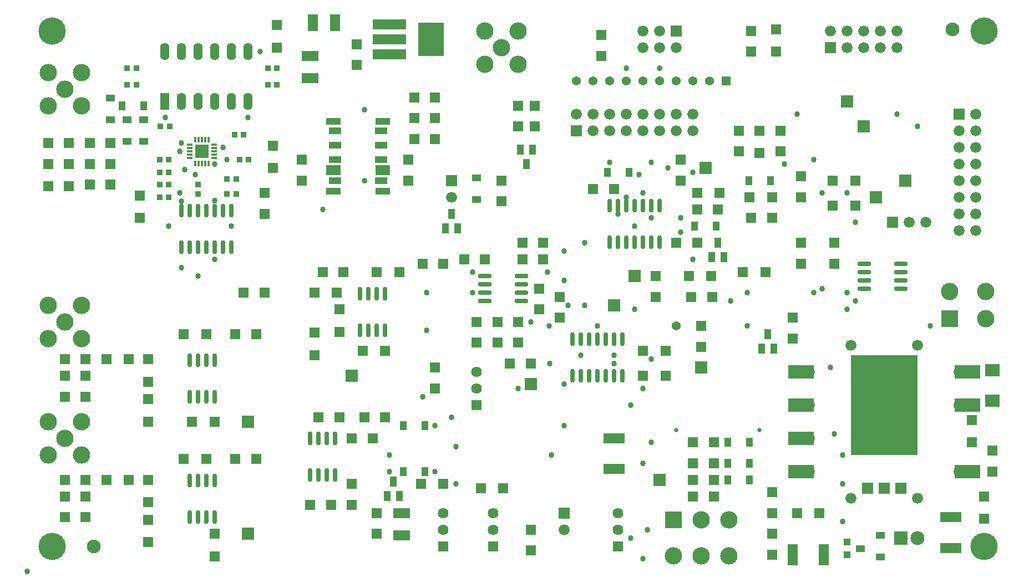
<source format=gts>
*%FSLAX24Y24*%
*%MOIN*%
G01*
%ADD11C,0.0000*%
%ADD12C,0.0050*%
%ADD13C,0.0060*%
%ADD14C,0.0070*%
%ADD15C,0.0073*%
%ADD16C,0.0079*%
%ADD17C,0.0080*%
%ADD18C,0.0098*%
%ADD19C,0.0100*%
%ADD20C,0.0120*%
%ADD21C,0.0160*%
%ADD22C,0.0160*%
%ADD23C,0.0197*%
%ADD24C,0.0200*%
%ADD25C,0.0200*%
%ADD26C,0.0240*%
%ADD27O,0.0240X0.0800*%
%ADD28C,0.0250*%
%ADD29C,0.0260*%
%ADD30O,0.0280X0.0840*%
%ADD31C,0.0300*%
%ADD32C,0.0300*%
%ADD33C,0.0320*%
%ADD34C,0.0320*%
%ADD35C,0.0340*%
%ADD36C,0.0360*%
%ADD37C,0.0380*%
%ADD38C,0.0394*%
%ADD39C,0.0397*%
%ADD40C,0.0400*%
%ADD41C,0.0400*%
%ADD42C,0.0430*%
%ADD43C,0.0434*%
%ADD44C,0.0480*%
%ADD45C,0.0500*%
%ADD46C,0.0500*%
%ADD47O,0.0500X0.1000*%
%ADD48C,0.0520*%
%ADD49C,0.0540*%
%ADD50O,0.0540X0.1040*%
%ADD51C,0.0560*%
%ADD52C,0.0580*%
%ADD53C,0.0600*%
%ADD54C,0.0620*%
%ADD55C,0.0630*%
%ADD56C,0.0640*%
%ADD57C,0.0650*%
%ADD58C,0.0660*%
%ADD59C,0.0670*%
%ADD60C,0.0680*%
%ADD61C,0.0760*%
%ADD62O,0.0800X0.0240*%
%ADD63C,0.0800*%
%ADD64C,0.0827*%
%ADD65O,0.0840X0.0280*%
%ADD66C,0.0840*%
%ADD67C,0.0850*%
%ADD68C,0.0870*%
%ADD69C,0.1000*%
%ADD70C,0.1040*%
%ADD71C,0.1516*%
%ADD72C,0.1516*%
%ADD73C,0.1600*%
%ADD74C,0.1640*%
%ADD75C,0.1716*%
%ADD76C,0.2500*%
%ADD77R,0.0100X0.0320*%
%ADD78R,0.0140X0.0360*%
%ADD79R,0.0200X0.0200*%
%ADD80R,0.0300X0.0300*%
%ADD81R,0.0320X0.0100*%
%ADD82R,0.0340X0.0340*%
%ADD83R,0.0350X0.0550*%
%ADD84R,0.0360X0.0140*%
%ADD85R,0.0360X0.0360*%
%ADD86R,0.0394X0.0551*%
%ADD87R,0.0394X0.1102*%
%ADD88R,0.0400X0.0400*%
%ADD89R,0.0400X0.0400*%
%ADD90R,0.0400X0.0500*%
%ADD91R,0.0400X0.0750*%
%ADD92R,0.0434X0.0591*%
%ADD93R,0.0440X0.0540*%
%ADD94R,0.0500X0.0360*%
%ADD95R,0.0500X0.0400*%
%ADD96R,0.0500X0.0500*%
%ADD97R,0.0500X0.0500*%
%ADD98R,0.0500X0.1000*%
%ADD99R,0.0500X0.1200*%
%ADD100R,0.0540X0.0400*%
%ADD101R,0.0540X0.0440*%
%ADD102R,0.0540X0.0540*%
%ADD103R,0.0540X0.0960*%
%ADD104R,0.0540X0.1040*%
%ADD105R,0.0550X0.0350*%
%ADD106R,0.0551X0.1417*%
%ADD107R,0.0600X0.0600*%
%ADD108R,0.0600X0.1000*%
%ADD109R,0.0600X0.1250*%
%ADD110R,0.0620X0.0620*%
%ADD111R,0.0640X0.0640*%
%ADD112R,0.0640X0.1040*%
%ADD113R,0.0640X0.1290*%
%ADD114R,0.0650X0.0300*%
%ADD115R,0.0660X0.0660*%
%ADD116R,0.0700X0.0300*%
%ADD117R,0.0700X0.0340*%
%ADD118R,0.0700X0.0350*%
%ADD119R,0.0700X0.0700*%
%ADD120R,0.0709X0.0394*%
%ADD121R,0.0740X0.0740*%
%ADD122R,0.0749X0.0434*%
%ADD123R,0.0750X0.0300*%
%ADD124R,0.0750X0.0400*%
%ADD125R,0.0750X0.0550*%
%ADD126R,0.0800X0.0350*%
%ADD127R,0.0800X0.0550*%
%ADD128R,0.0800X0.0800*%
%ADD129R,0.0827X0.0394*%
%ADD130R,0.0827X0.0591*%
%ADD131R,0.0840X0.0840*%
%ADD132R,0.0850X0.0700*%
%ADD133R,0.0867X0.0434*%
%ADD134R,0.0867X0.0631*%
%ADD135R,0.0890X0.0740*%
%ADD136R,0.0960X0.0540*%
%ADD137R,0.1000X0.0600*%
%ADD138R,0.1000X0.1000*%
%ADD139R,0.1000X0.1000*%
%ADD140R,0.1040X0.0640*%
%ADD141R,0.1040X0.1040*%
%ADD142R,0.1102X0.0394*%
%ADD143R,0.1200X0.0500*%
%ADD144R,0.1200X0.1200*%
%ADD145R,0.1250X0.0600*%
%ADD146R,0.1290X0.0640*%
%ADD147R,0.1300X0.1300*%
%ADD148R,0.1400X0.1900*%
%ADD149R,0.1417X0.0551*%
%ADD150R,0.1500X0.0750*%
%ADD151R,0.1500X0.1500*%
%ADD152R,0.1500X0.2000*%
%ADD153R,0.1540X0.0790*%
%ADD154R,0.1540X0.1540*%
%ADD155R,0.1540X0.2040*%
%ADD156R,0.1600X0.0150*%
%ADD157R,0.1900X0.0500*%
%ADD158R,0.2000X0.0600*%
%ADD159R,0.2040X0.0640*%
%ADD160R,0.2500X0.2500*%
D11*
X87810Y60820D02*
D03*
Y51820D02*
D03*
X87560Y39220D02*
D03*
X87360Y45720D02*
D03*
Y43470D02*
D03*
X85060Y57820D02*
D03*
X84560Y63820D02*
D03*
X85560Y59820D02*
D03*
Y56320D02*
D03*
X85060Y51820D02*
D03*
X85560Y41820D02*
D03*
Y39820D02*
D03*
Y40820D02*
D03*
Y42820D02*
D03*
X86060Y46070D02*
D03*
X85310Y34570D02*
D03*
X83810Y57820D02*
D03*
Y60570D02*
D03*
X82560Y57820D02*
D03*
Y60570D02*
D03*
X83310Y42820D02*
D03*
Y40820D02*
D03*
Y39820D02*
D03*
Y41820D02*
D03*
X82810Y47820D02*
D03*
Y46070D02*
D03*
X81160Y51420D02*
D03*
X82310Y51570D02*
D03*
X81560Y53820D02*
D03*
X81060Y35320D02*
D03*
X81310Y41820D02*
D03*
Y39820D02*
D03*
Y40820D02*
D03*
Y42820D02*
D03*
X82310D02*
D03*
Y40820D02*
D03*
Y39820D02*
D03*
Y41820D02*
D03*
X81310Y33070D02*
D03*
X79060Y61570D02*
D03*
X78810Y57570D02*
D03*
Y56570D02*
D03*
X79310Y39070D02*
D03*
X76710Y55470D02*
D03*
X77310Y60820D02*
D03*
X77810Y63570D02*
D03*
X76810Y54070D02*
D03*
X78060Y37070D02*
D03*
X77310Y41320D02*
D03*
X78060Y43320D02*
D03*
Y41320D02*
D03*
X78310Y46120D02*
D03*
X76060Y51570D02*
D03*
X75060Y52570D02*
D03*
X75560Y56570D02*
D03*
X76060Y60820D02*
D03*
X74810Y42070D02*
D03*
X75310Y40820D02*
D03*
X74810Y45070D02*
D03*
X73310Y53820D02*
D03*
X73060Y60070D02*
D03*
X72810Y62820D02*
D03*
X73810Y51820D02*
D03*
X73060Y56320D02*
D03*
X73560Y46520D02*
D03*
Y42070D02*
D03*
Y37320D02*
D03*
Y36320D02*
D03*
X74060Y35320D02*
D03*
X71760Y52470D02*
D03*
X70860Y57970D02*
D03*
X71810Y65070D02*
D03*
X72610Y58270D02*
D03*
X72360Y45370D02*
D03*
X72060Y46570D02*
D03*
X71310Y43320D02*
D03*
X69560Y53570D02*
D03*
X69060Y39570D02*
D03*
Y36820D02*
D03*
Y43320D02*
D03*
X70560Y45320D02*
D03*
X69060Y47070D02*
D03*
X67060Y44070D02*
D03*
X67310Y48570D02*
D03*
Y46570D02*
D03*
X67810Y38070D02*
D03*
Y35320D02*
D03*
Y34070D02*
D03*
X65310Y53820D02*
D03*
X66410Y50620D02*
D03*
X66310Y42320D02*
D03*
X65310Y35320D02*
D03*
X65060Y39320D02*
D03*
X66060Y37570D02*
D03*
X66510Y43320D02*
D03*
X63060Y55070D02*
D03*
X63810Y60820D02*
D03*
X64310Y64520D02*
D03*
X63810Y38320D02*
D03*
X63760Y43220D02*
D03*
X64060Y36570D02*
D03*
X64560Y42320D02*
D03*
Y33570D02*
D03*
X62560Y58570D02*
D03*
X62610Y50700D02*
D03*
X62160Y45470D02*
D03*
X61410Y46220D02*
D03*
X62060Y33820D02*
D03*
X59060Y52070D02*
D03*
X60060Y61820D02*
D03*
X60010Y55420D02*
D03*
X59810Y39820D02*
D03*
Y43820D02*
D03*
Y38820D02*
D03*
X60310Y37820D02*
D03*
X60560Y36320D02*
D03*
X60310Y35320D02*
D03*
X59310Y42320D02*
D03*
X57310Y35320D02*
D03*
X57560Y61820D02*
D03*
X58310Y59570D02*
D03*
X58060Y53570D02*
D03*
X58310Y56570D02*
D03*
X58460Y47970D02*
D03*
X57060Y37070D02*
D03*
Y50070D02*
D03*
X58360Y43770D02*
D03*
X57060Y33570D02*
D03*
X56310Y59070D02*
D03*
Y57570D02*
D03*
Y43320D02*
D03*
X55310Y36820D02*
D03*
X55060Y49820D02*
D03*
X56160Y46020D02*
D03*
X53710Y55070D02*
D03*
X53560Y52570D02*
D03*
Y51070D02*
D03*
X54810Y57570D02*
D03*
X54560Y53070D02*
D03*
X53810Y43570D02*
D03*
X53560Y49320D02*
D03*
X54810Y35070D02*
D03*
X53060Y59320D02*
D03*
X51810Y54570D02*
D03*
X51560Y61820D02*
D03*
Y43820D02*
D03*
X51810Y37070D02*
D03*
X51310Y47920D02*
D03*
X49310Y53070D02*
D03*
Y64070D02*
D03*
X50310Y56570D02*
D03*
X50560Y61820D02*
D03*
X49310Y43820D02*
D03*
X51060Y35570D02*
D03*
X50710Y42770D02*
D03*
X47310Y54470D02*
D03*
X47810Y58820D02*
D03*
X48310Y55070D02*
D03*
X47310Y47570D02*
D03*
X48560Y48320D02*
D03*
X48810Y34320D02*
D03*
X46560Y51070D02*
D03*
X45560Y59570D02*
D03*
X46810Y64570D02*
D03*
Y62820D02*
D03*
X46560Y52570D02*
D03*
X45810Y47570D02*
D03*
X46310Y39820D02*
D03*
Y38320D02*
D03*
Y45820D02*
D03*
X47060Y36070D02*
D03*
Y35070D02*
D03*
X44310Y56320D02*
D03*
X44060Y65070D02*
D03*
Y53070D02*
D03*
X43560Y54320D02*
D03*
X44210Y62120D02*
D03*
X41560Y62070D02*
D03*
X42060Y49070D02*
D03*
X42560Y45820D02*
D03*
Y47320D02*
D03*
X43060Y43320D02*
D03*
Y42320D02*
D03*
X42310Y39570D02*
D03*
X42810Y37820D02*
D03*
X43060Y35070D02*
D03*
X40610Y62120D02*
D03*
X40060Y45820D02*
D03*
X41060Y43720D02*
D03*
Y36470D02*
D03*
X38310Y61070D02*
D03*
X39310Y62070D02*
D03*
X38810Y65070D02*
D03*
X38560Y50570D02*
D03*
X39310Y42070D02*
D03*
Y39070D02*
D03*
Y36820D02*
D03*
X36810Y57320D02*
D03*
X36610Y54670D02*
D03*
X36560Y53570D02*
D03*
X35560Y44070D02*
D03*
Y36570D02*
D03*
X33810Y54820D02*
D03*
Y59070D02*
D03*
X35310Y46320D02*
D03*
Y38820D02*
D03*
X33060Y49570D02*
D03*
D29*
X74810Y40820D02*
D03*
X69810D02*
D03*
D30*
X40560Y45020D02*
D03*
X41060D02*
D03*
X41560D02*
D03*
X42060D02*
D03*
Y42820D02*
D03*
X41560D02*
D03*
X41060D02*
D03*
X40560D02*
D03*
Y37770D02*
D03*
X41060D02*
D03*
X41560D02*
D03*
X42060D02*
D03*
Y35570D02*
D03*
X41560D02*
D03*
X41060D02*
D03*
X40560D02*
D03*
X49310Y40320D02*
D03*
X48810D02*
D03*
X48310D02*
D03*
X47810D02*
D03*
Y38120D02*
D03*
X48310D02*
D03*
X48810D02*
D03*
X49310D02*
D03*
X50810Y49020D02*
D03*
X51310D02*
D03*
X51810D02*
D03*
X52310D02*
D03*
Y46820D02*
D03*
X51810D02*
D03*
X51310D02*
D03*
X50810D02*
D03*
X64060Y46270D02*
D03*
X63560D02*
D03*
X64560D02*
D03*
X65060D02*
D03*
X65560D02*
D03*
X66060D02*
D03*
X66560D02*
D03*
Y44070D02*
D03*
X66060D02*
D03*
X65560D02*
D03*
X65060D02*
D03*
X64560D02*
D03*
X64060D02*
D03*
X63560D02*
D03*
X68310Y52120D02*
D03*
X68810D02*
D03*
X67810D02*
D03*
X67310D02*
D03*
X66810D02*
D03*
X66310D02*
D03*
X65810D02*
D03*
Y54320D02*
D03*
X66310D02*
D03*
X66810D02*
D03*
X67310D02*
D03*
X67810D02*
D03*
X68310D02*
D03*
X68810D02*
D03*
X40560Y54020D02*
D03*
X40060D02*
D03*
X41060D02*
D03*
X41560D02*
D03*
X42060D02*
D03*
X42560D02*
D03*
X43060D02*
D03*
Y51820D02*
D03*
X42560D02*
D03*
X42060D02*
D03*
X41560D02*
D03*
X41060D02*
D03*
X40560D02*
D03*
X40060D02*
D03*
D35*
X85060Y47070D02*
D03*
X84310Y59070D02*
D03*
X83060Y59820D02*
D03*
X80560Y53320D02*
D03*
Y48570D02*
D03*
X80060Y55070D02*
D03*
X78560D02*
D03*
X79310Y40570D02*
D03*
X79810Y39320D02*
D03*
Y37570D02*
D03*
Y35320D02*
D03*
X79060Y44570D02*
D03*
X80060Y48070D02*
D03*
Y49070D02*
D03*
X78560Y49320D02*
D03*
X77060Y59820D02*
D03*
X78060Y57070D02*
D03*
Y49070D02*
D03*
X76310Y56820D02*
D03*
X74060Y47070D02*
D03*
X73060Y48570D02*
D03*
X74060Y49070D02*
D03*
X70810Y56320D02*
D03*
Y51070D02*
D03*
X70060Y52720D02*
D03*
Y53570D02*
D03*
X69310Y56570D02*
D03*
X68810Y62570D02*
D03*
X68310Y53570D02*
D03*
Y56920D02*
D03*
Y40070D02*
D03*
Y45070D02*
D03*
X68060Y34820D02*
D03*
X66810Y54820D02*
D03*
X67810Y55070D02*
D03*
X67310Y53070D02*
D03*
X66810Y62570D02*
D03*
X67560Y56170D02*
D03*
X67310Y48070D02*
D03*
X67810Y43320D02*
D03*
X67060Y42320D02*
D03*
X67810Y38820D02*
D03*
Y33070D02*
D03*
X67060Y34320D02*
D03*
X66310Y53820D02*
D03*
X65810Y56920D02*
D03*
X65060Y47070D02*
D03*
X66060Y44820D02*
D03*
Y45320D02*
D03*
X64310Y52070D02*
D03*
X63060Y51570D02*
D03*
X64310Y48320D02*
D03*
X63310D02*
D03*
X63060Y43570D02*
D03*
X64060Y45320D02*
D03*
X63060Y41070D02*
D03*
Y49820D02*
D03*
X62310Y39320D02*
D03*
X61060Y47320D02*
D03*
X62060Y50320D02*
D03*
X62160Y47070D02*
D03*
X62210Y44820D02*
D03*
X60310Y43320D02*
D03*
X57560Y49070D02*
D03*
Y50320D02*
D03*
X56560Y37570D02*
D03*
X56310Y41570D02*
D03*
X56560Y39820D02*
D03*
X55310Y38320D02*
D03*
Y41070D02*
D03*
X54810Y49070D02*
D03*
Y46820D02*
D03*
X54560Y42820D02*
D03*
X52560Y38320D02*
D03*
Y39320D02*
D03*
X51060Y55820D02*
D03*
Y60070D02*
D03*
X48560Y54070D02*
D03*
X44810Y63570D02*
D03*
X44060Y59620D02*
D03*
X42060Y56820D02*
D03*
X42810Y57070D02*
D03*
X43060Y53070D02*
D03*
X42060Y51070D02*
D03*
Y54620D02*
D03*
X42560Y57820D02*
D03*
X39960Y57570D02*
D03*
X40910Y56170D02*
D03*
X40060Y54570D02*
D03*
Y50570D02*
D03*
X39960Y55070D02*
D03*
X40260Y56470D02*
D03*
X40060Y58070D02*
D03*
X41060Y50070D02*
D03*
X39310Y53070D02*
D03*
X39110Y59620D02*
D03*
X30810Y32320D02*
D03*
D43*
X34810Y33820D02*
D03*
X86410Y64920D02*
D03*
D49*
X69810Y47070D02*
D03*
X63810Y61820D02*
D03*
X64810D02*
D03*
X65810D02*
D03*
X66810D02*
D03*
X67810D02*
D03*
X68810D02*
D03*
X69810D02*
D03*
X70810D02*
D03*
X71810D02*
D03*
D50*
X39060Y63570D02*
D03*
X40060D02*
D03*
X41060D02*
D03*
X42060D02*
D03*
X43060D02*
D03*
X44060D02*
D03*
Y60570D02*
D03*
X43060D02*
D03*
X42060D02*
D03*
X41060D02*
D03*
X40060D02*
D03*
D56*
X58810Y35820D02*
D03*
Y34820D02*
D03*
X55810Y35820D02*
D03*
Y34820D02*
D03*
X66310Y35820D02*
D03*
Y34820D02*
D03*
X57810Y44320D02*
D03*
Y43320D02*
D03*
D58*
X84810Y53320D02*
D03*
X83810D02*
D03*
X87810Y58820D02*
D03*
Y59820D02*
D03*
X86810Y58820D02*
D03*
Y57820D02*
D03*
X87810D02*
D03*
X86810Y56820D02*
D03*
X87810D02*
D03*
X86810Y55820D02*
D03*
X87810D02*
D03*
X86810Y54820D02*
D03*
X87810D02*
D03*
X86810Y53820D02*
D03*
X87810D02*
D03*
X86810Y52820D02*
D03*
X87810D02*
D03*
X63060Y34820D02*
D03*
X86810Y44320D02*
D03*
Y42320D02*
D03*
Y38320D02*
D03*
X84310Y45920D02*
D03*
Y36720D02*
D03*
X80310Y45920D02*
D03*
Y36720D02*
D03*
X77810Y38320D02*
D03*
Y40320D02*
D03*
Y42320D02*
D03*
Y44320D02*
D03*
X82060Y64820D02*
D03*
X81060D02*
D03*
X80060D02*
D03*
X79060D02*
D03*
X83060Y63820D02*
D03*
X82060D02*
D03*
X81060D02*
D03*
X80060D02*
D03*
X83060Y64820D02*
D03*
X69810Y63820D02*
D03*
X67810D02*
D03*
Y64820D02*
D03*
X68810Y63820D02*
D03*
Y64820D02*
D03*
X64810Y59820D02*
D03*
X63810D02*
D03*
X64810Y58820D02*
D03*
X65810D02*
D03*
Y59820D02*
D03*
X66810Y58820D02*
D03*
Y59820D02*
D03*
X67810Y58820D02*
D03*
Y59820D02*
D03*
X68810Y58820D02*
D03*
Y59820D02*
D03*
X69810Y58820D02*
D03*
Y59820D02*
D03*
X70810Y58820D02*
D03*
Y59820D02*
D03*
X56310Y54820D02*
D03*
D64*
X34810Y33820D02*
D03*
X86410Y64920D02*
D03*
D65*
X58310Y50070D02*
D03*
Y49570D02*
D03*
Y49070D02*
D03*
Y48570D02*
D03*
X60510D02*
D03*
Y49070D02*
D03*
Y49570D02*
D03*
Y50070D02*
D03*
X81110Y49320D02*
D03*
Y49820D02*
D03*
Y50320D02*
D03*
Y50820D02*
D03*
X83310D02*
D03*
Y50320D02*
D03*
Y49820D02*
D03*
Y49320D02*
D03*
D66*
X84310Y34320D02*
D03*
D70*
X33060Y40320D02*
D03*
X32060Y41320D02*
D03*
X34060Y39320D02*
D03*
X32060D02*
D03*
X34060Y41320D02*
D03*
X88393Y49147D02*
D03*
Y47493D02*
D03*
X86227Y49147D02*
D03*
X72964Y33237D02*
D03*
Y35403D02*
D03*
X71310D02*
D03*
Y33237D02*
D03*
X69656D02*
D03*
X59310Y63820D02*
D03*
X58310Y64820D02*
D03*
X60310Y62820D02*
D03*
X58310D02*
D03*
X60310Y64820D02*
D03*
X33060Y61320D02*
D03*
X32060Y62320D02*
D03*
X34060Y60320D02*
D03*
X32060D02*
D03*
X34060Y62320D02*
D03*
X33060Y47320D02*
D03*
X32060Y48320D02*
D03*
X34060Y46320D02*
D03*
X32060D02*
D03*
X34060Y48320D02*
D03*
D74*
X32310Y33820D02*
D03*
X88310D02*
D03*
Y64820D02*
D03*
X32310D02*
D03*
D78*
X40910Y56850D02*
D03*
X41110D02*
D03*
X41310D02*
D03*
X41510D02*
D03*
X41710D02*
D03*
Y58290D02*
D03*
X41510D02*
D03*
X41310D02*
D03*
X41110D02*
D03*
X40910D02*
D03*
D82*
X45810Y62570D02*
D03*
X45260D02*
D03*
X45810Y61570D02*
D03*
X45260D02*
D03*
X43810Y58570D02*
D03*
X43260D02*
D03*
X44110Y57070D02*
D03*
X43560D02*
D03*
X43360Y55920D02*
D03*
X42810D02*
D03*
X43360Y55020D02*
D03*
X42810D02*
D03*
X41060D02*
D03*
Y55570D02*
D03*
X38760D02*
D03*
X39310D02*
D03*
X38760Y54820D02*
D03*
X39310D02*
D03*
X38760Y56320D02*
D03*
X39310D02*
D03*
X38760Y57070D02*
D03*
X39310D02*
D03*
X38810Y59070D02*
D03*
X39360D02*
D03*
X37360Y61570D02*
D03*
X36810D02*
D03*
Y62570D02*
D03*
X37360D02*
D03*
D84*
X40590Y57170D02*
D03*
Y57370D02*
D03*
Y57570D02*
D03*
Y57770D02*
D03*
Y57970D02*
D03*
X42030Y57170D02*
D03*
Y57370D02*
D03*
Y57570D02*
D03*
Y57770D02*
D03*
Y57970D02*
D03*
D88*
X80060Y33320D02*
D03*
Y34070D02*
D03*
D92*
X52436Y36854D02*
D03*
X53184D02*
D03*
X52812Y37722D02*
D03*
X71936Y51204D02*
D03*
X72684D02*
D03*
X72312Y52072D02*
D03*
X74936Y45704D02*
D03*
X75684D02*
D03*
X75312Y46572D02*
D03*
X61184Y57686D02*
D03*
X60436D02*
D03*
X60808Y56818D02*
D03*
X56312Y53822D02*
D03*
X56684Y52954D02*
D03*
X55936D02*
D03*
D93*
X53410Y38320D02*
D03*
X54710D02*
D03*
X70910Y53070D02*
D03*
X72210D02*
D03*
X74160Y55820D02*
D03*
X75460D02*
D03*
X74210Y40070D02*
D03*
X72910D02*
D03*
X74210Y38820D02*
D03*
X72910D02*
D03*
X74210Y37820D02*
D03*
X72910D02*
D03*
X66960Y56320D02*
D03*
X65660D02*
D03*
X37810Y60320D02*
D03*
X36510D02*
D03*
X53410Y41070D02*
D03*
X54710D02*
D03*
D100*
X80860Y33690D02*
D03*
D101*
X82060Y33170D02*
D03*
Y34470D02*
D03*
X57810Y55970D02*
D03*
Y54670D02*
D03*
X37810Y58170D02*
D03*
Y59470D02*
D03*
X36810D02*
D03*
Y58170D02*
D03*
X35810Y60770D02*
D03*
Y59470D02*
D03*
D102*
X72810Y61820D02*
D03*
D104*
X39060Y60570D02*
D03*
D111*
X33060Y35570D02*
D03*
Y36820D02*
D03*
X34310Y35570D02*
D03*
Y36820D02*
D03*
X38060Y34070D02*
D03*
Y35420D02*
D03*
Y37820D02*
D03*
Y36470D02*
D03*
X35560Y37820D02*
D03*
X36910D02*
D03*
X33060D02*
D03*
X34310D02*
D03*
X33060Y42820D02*
D03*
Y44070D02*
D03*
X34310Y42820D02*
D03*
Y44070D02*
D03*
X35560Y45070D02*
D03*
X36910D02*
D03*
X38060D02*
D03*
Y43720D02*
D03*
Y41320D02*
D03*
Y42670D02*
D03*
X42060Y41320D02*
D03*
X40710D02*
D03*
X43310Y39070D02*
D03*
X44560D02*
D03*
X41560D02*
D03*
X40210D02*
D03*
X42060Y34570D02*
D03*
Y33220D02*
D03*
X49060Y36320D02*
D03*
X47810D02*
D03*
X50310Y37570D02*
D03*
Y36320D02*
D03*
X55810Y37570D02*
D03*
X54460D02*
D03*
X58060Y37320D02*
D03*
X59410D02*
D03*
X58810Y33820D02*
D03*
X55810D02*
D03*
X51810Y34570D02*
D03*
Y35820D02*
D03*
X51560Y40320D02*
D03*
X50310D02*
D03*
X51060Y41570D02*
D03*
X52310D02*
D03*
X49560D02*
D03*
X48310D02*
D03*
X49560Y48070D02*
D03*
Y46720D02*
D03*
X48060Y49070D02*
D03*
X49410D02*
D03*
X49810Y50320D02*
D03*
X48560D02*
D03*
X51810D02*
D03*
X53160D02*
D03*
X55810Y50820D02*
D03*
X54560D02*
D03*
X58310Y51070D02*
D03*
X57060D02*
D03*
X60560D02*
D03*
X61810D02*
D03*
Y52070D02*
D03*
X60560D02*
D03*
X61560Y48070D02*
D03*
Y49320D02*
D03*
X62810Y47570D02*
D03*
Y48820D02*
D03*
X60310Y47320D02*
D03*
Y46070D02*
D03*
X59060Y47320D02*
D03*
Y46070D02*
D03*
X57810D02*
D03*
Y47320D02*
D03*
X59810Y44820D02*
D03*
X61060D02*
D03*
X67810Y44070D02*
D03*
X69160D02*
D03*
X67810Y45570D02*
D03*
X69160D02*
D03*
X71310Y47070D02*
D03*
Y45820D02*
D03*
X71960Y48820D02*
D03*
X70710D02*
D03*
X70560Y50070D02*
D03*
X71910D02*
D03*
X68560D02*
D03*
Y48820D02*
D03*
X69810Y52070D02*
D03*
X71060D02*
D03*
Y54070D02*
D03*
X72310D02*
D03*
X71060Y55070D02*
D03*
X72410D02*
D03*
X70060Y55820D02*
D03*
Y57070D02*
D03*
X73560Y57570D02*
D03*
Y58820D02*
D03*
X76060Y57570D02*
D03*
Y58820D02*
D03*
X74810D02*
D03*
Y57470D02*
D03*
X74210Y54820D02*
D03*
X75560D02*
D03*
X74310Y53570D02*
D03*
X75560D02*
D03*
X73810Y50320D02*
D03*
X75160D02*
D03*
X77310Y52070D02*
D03*
Y50820D02*
D03*
X79310Y52070D02*
D03*
Y50820D02*
D03*
X80560Y54320D02*
D03*
X79210D02*
D03*
X80560Y55820D02*
D03*
X79210D02*
D03*
X76810Y47570D02*
D03*
Y46320D02*
D03*
X72060Y36820D02*
D03*
X70810D02*
D03*
Y37820D02*
D03*
X72060D02*
D03*
X70810Y38820D02*
D03*
X72060D02*
D03*
X70810Y40070D02*
D03*
X72060D02*
D03*
X66310Y33820D02*
D03*
X61060Y34820D02*
D03*
Y33570D02*
D03*
X75560Y33320D02*
D03*
Y34570D02*
D03*
Y35820D02*
D03*
Y37070D02*
D03*
X77060Y35820D02*
D03*
X78410D02*
D03*
X88310Y36820D02*
D03*
Y35470D02*
D03*
X88810Y38320D02*
D03*
Y39570D02*
D03*
X87560Y41420D02*
D03*
Y40070D02*
D03*
X75810Y64920D02*
D03*
Y63570D02*
D03*
X74310Y64820D02*
D03*
Y63570D02*
D03*
X65310Y63320D02*
D03*
Y64570D02*
D03*
X64810Y55320D02*
D03*
X66060D02*
D03*
X77310Y56070D02*
D03*
Y54820D02*
D03*
X59310Y55820D02*
D03*
Y54570D02*
D03*
X53710Y55820D02*
D03*
Y57070D02*
D03*
X54060Y58320D02*
D03*
X55310D02*
D03*
X54060Y59570D02*
D03*
Y60820D02*
D03*
X55310Y59570D02*
D03*
Y60820D02*
D03*
X60310Y60320D02*
D03*
Y59070D02*
D03*
X61310D02*
D03*
Y60320D02*
D03*
X50610Y64020D02*
D03*
Y62770D02*
D03*
X45810Y63820D02*
D03*
Y65170D02*
D03*
X33310Y58070D02*
D03*
X32060D02*
D03*
Y56820D02*
D03*
Y55470D02*
D03*
X33310Y56820D02*
D03*
Y55470D02*
D03*
X34560Y58070D02*
D03*
X35810D02*
D03*
X34560Y55570D02*
D03*
Y56820D02*
D03*
X35810Y55570D02*
D03*
Y56820D02*
D03*
X37560Y53570D02*
D03*
Y54920D02*
D03*
X33060Y45070D02*
D03*
X34310D02*
D03*
X41560Y46570D02*
D03*
X40210D02*
D03*
X43310D02*
D03*
X44560D02*
D03*
X43810Y49070D02*
D03*
X45060D02*
D03*
Y53820D02*
D03*
Y55070D02*
D03*
X45560Y56570D02*
D03*
Y57920D02*
D03*
X47310Y55820D02*
D03*
Y57070D02*
D03*
X48060Y45320D02*
D03*
Y46670D02*
D03*
X52310Y45570D02*
D03*
X50960D02*
D03*
X55310Y43320D02*
D03*
Y44570D02*
D03*
X57810Y42320D02*
D03*
D112*
X49310Y65320D02*
D03*
X47960D02*
D03*
D113*
X78660Y33320D02*
D03*
X76810D02*
D03*
D115*
X82810Y53320D02*
D03*
X86810Y59820D02*
D03*
X63060Y35820D02*
D03*
X82310Y37320D02*
D03*
X83310D02*
D03*
X81310D02*
D03*
X79060Y63820D02*
D03*
X69810Y64820D02*
D03*
X63810Y58820D02*
D03*
X56310Y55820D02*
D03*
D121*
X44060Y41320D02*
D03*
Y34570D02*
D03*
X50310Y44070D02*
D03*
X61060Y43570D02*
D03*
X71310Y44570D02*
D03*
X67310Y50070D02*
D03*
X66060Y48320D02*
D03*
X71560Y56570D02*
D03*
X81810Y54820D02*
D03*
X83560Y55820D02*
D03*
X68810Y37820D02*
D03*
X81060Y59070D02*
D03*
X80060Y60570D02*
D03*
D122*
X49304Y58812D02*
D03*
Y57946D02*
D03*
Y57080D02*
D03*
Y55820D02*
D03*
X52060D02*
D03*
Y58812D02*
D03*
Y57946D02*
D03*
Y57080D02*
D03*
D131*
X83310Y34320D02*
D03*
X41310Y57570D02*
D03*
D133*
X52158Y55190D02*
D03*
X49206D02*
D03*
X52158Y59363D02*
D03*
X49206D02*
D03*
D134*
Y56450D02*
D03*
X52158D02*
D03*
D135*
X88810Y44420D02*
D03*
Y42570D02*
D03*
D140*
X53310Y35820D02*
D03*
Y34470D02*
D03*
X47810Y63320D02*
D03*
Y61970D02*
D03*
D141*
X86227Y47493D02*
D03*
X69656Y35403D02*
D03*
D146*
X66060Y38470D02*
D03*
Y40320D02*
D03*
X86310Y33720D02*
D03*
Y35570D02*
D03*
D153*
X77310Y38320D02*
D03*
X87310D02*
D03*
Y42320D02*
D03*
Y44320D02*
D03*
X77310Y40320D02*
D03*
Y42320D02*
D03*
Y44320D02*
D03*
D154*
X82310D02*
D03*
D155*
X55060Y64320D02*
D03*
D159*
X52560Y65220D02*
D03*
Y63420D02*
D03*
Y64320D02*
D03*
D160*
X81560Y40570D02*
X83060D01*
Y44070D01*
X81560D01*
Y40570D01*
D02*
M02*

</source>
